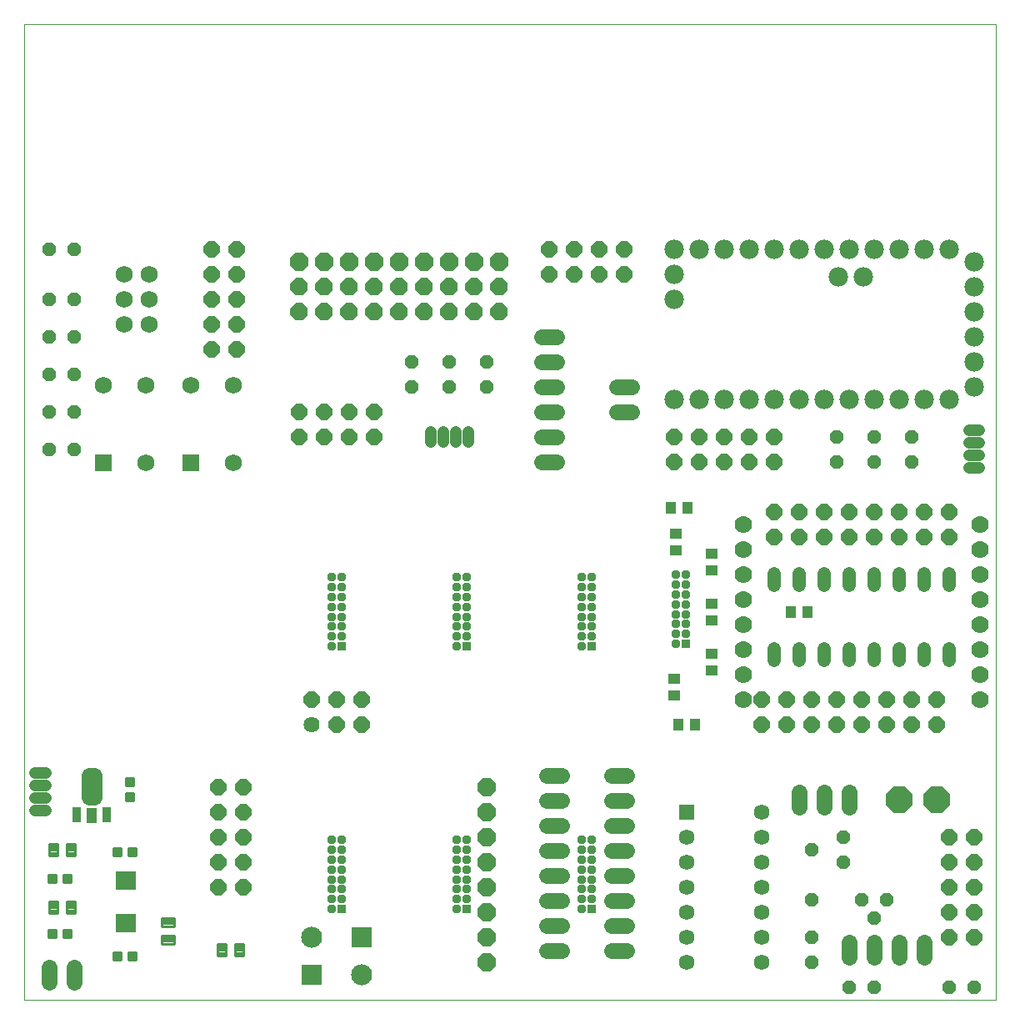
<source format=gbs>
G75*
%MOIN*%
%OFA0B0*%
%FSLAX24Y24*%
%IPPOS*%
%LPD*%
%AMOC8*
5,1,8,0,0,1.08239X$1,22.5*
%
%ADD10C,0.0000*%
%ADD11C,0.0110*%
%ADD12C,0.0098*%
%ADD13R,0.0840X0.0740*%
%ADD14R,0.0355X0.0591*%
%ADD15C,0.0630*%
%ADD16R,0.0394X0.0630*%
%ADD17OC8,0.0640*%
%ADD18C,0.0640*%
%ADD19R,0.0690X0.0690*%
%ADD20C,0.0690*%
%ADD21OC8,0.0520*%
%ADD22R,0.0840X0.0840*%
%ADD23C,0.0840*%
%ADD24R,0.0625X0.0625*%
%ADD25C,0.0625*%
%ADD26OC8,0.1040*%
%ADD27C,0.0640*%
%ADD28C,0.0780*%
%ADD29R,0.0357X0.0357*%
%ADD30OC8,0.0357*%
%ADD31C,0.0680*%
%ADD32OC8,0.0740*%
%ADD33OC8,0.0700*%
%ADD34C,0.0453*%
%ADD35C,0.0700*%
%ADD36C,0.0520*%
%ADD37R,0.0434X0.0473*%
%ADD38R,0.0473X0.0434*%
D10*
X000535Y000725D02*
X000535Y039721D01*
X039405Y039721D01*
X039405Y000725D01*
X000535Y000725D01*
D11*
X001520Y004185D02*
X001850Y004185D01*
X001520Y004185D02*
X001520Y004665D01*
X001850Y004665D01*
X001850Y004185D01*
X001850Y004294D02*
X001520Y004294D01*
X001520Y004403D02*
X001850Y004403D01*
X001850Y004512D02*
X001520Y004512D01*
X001520Y004621D02*
X001850Y004621D01*
X002220Y004185D02*
X002550Y004185D01*
X002220Y004185D02*
X002220Y004665D01*
X002550Y004665D01*
X002550Y004185D01*
X002550Y004294D02*
X002220Y004294D01*
X002220Y004403D02*
X002550Y004403D01*
X002550Y004512D02*
X002220Y004512D01*
X002220Y004621D02*
X002550Y004621D01*
X002550Y006485D02*
X002220Y006485D01*
X002220Y006965D01*
X002550Y006965D01*
X002550Y006485D01*
X002550Y006594D02*
X002220Y006594D01*
X002220Y006703D02*
X002550Y006703D01*
X002550Y006812D02*
X002220Y006812D01*
X002220Y006921D02*
X002550Y006921D01*
X001850Y006485D02*
X001520Y006485D01*
X001520Y006965D01*
X001850Y006965D01*
X001850Y006485D01*
X001850Y006594D02*
X001520Y006594D01*
X001520Y006703D02*
X001850Y006703D01*
X001850Y006812D02*
X001520Y006812D01*
X001520Y006921D02*
X001850Y006921D01*
X006525Y003990D02*
X006525Y003660D01*
X006045Y003660D01*
X006045Y003990D01*
X006525Y003990D01*
X006525Y003769D02*
X006045Y003769D01*
X006045Y003878D02*
X006525Y003878D01*
X006525Y003987D02*
X006045Y003987D01*
X006525Y003290D02*
X006525Y002960D01*
X006045Y002960D01*
X006045Y003290D01*
X006525Y003290D01*
X006525Y003069D02*
X006045Y003069D01*
X006045Y003178D02*
X006525Y003178D01*
X006525Y003287D02*
X006045Y003287D01*
X008270Y002485D02*
X008600Y002485D01*
X008270Y002485D02*
X008270Y002965D01*
X008600Y002965D01*
X008600Y002485D01*
X008600Y002594D02*
X008270Y002594D01*
X008270Y002703D02*
X008600Y002703D01*
X008600Y002812D02*
X008270Y002812D01*
X008270Y002921D02*
X008600Y002921D01*
X008970Y002485D02*
X009300Y002485D01*
X008970Y002485D02*
X008970Y002965D01*
X009300Y002965D01*
X009300Y002485D01*
X009300Y002594D02*
X008970Y002594D01*
X008970Y002703D02*
X009300Y002703D01*
X009300Y002812D02*
X008970Y002812D01*
X008970Y002921D02*
X009300Y002921D01*
D12*
X004981Y002329D02*
X004689Y002329D01*
X004689Y002621D01*
X004981Y002621D01*
X004981Y002329D01*
X004981Y002426D02*
X004689Y002426D01*
X004689Y002523D02*
X004981Y002523D01*
X004981Y002620D02*
X004689Y002620D01*
X004381Y002329D02*
X004089Y002329D01*
X004089Y002621D01*
X004381Y002621D01*
X004381Y002329D01*
X004381Y002426D02*
X004089Y002426D01*
X004089Y002523D02*
X004381Y002523D01*
X004381Y002620D02*
X004089Y002620D01*
X002381Y003229D02*
X002089Y003229D01*
X002089Y003521D01*
X002381Y003521D01*
X002381Y003229D01*
X002381Y003326D02*
X002089Y003326D01*
X002089Y003423D02*
X002381Y003423D01*
X002381Y003520D02*
X002089Y003520D01*
X001781Y003229D02*
X001489Y003229D01*
X001489Y003521D01*
X001781Y003521D01*
X001781Y003229D01*
X001781Y003326D02*
X001489Y003326D01*
X001489Y003423D02*
X001781Y003423D01*
X001781Y003520D02*
X001489Y003520D01*
X001489Y005429D02*
X001781Y005429D01*
X001489Y005429D02*
X001489Y005721D01*
X001781Y005721D01*
X001781Y005429D01*
X001781Y005526D02*
X001489Y005526D01*
X001489Y005623D02*
X001781Y005623D01*
X001781Y005720D02*
X001489Y005720D01*
X002089Y005429D02*
X002381Y005429D01*
X002089Y005429D02*
X002089Y005721D01*
X002381Y005721D01*
X002381Y005429D01*
X002381Y005526D02*
X002089Y005526D01*
X002089Y005623D02*
X002381Y005623D01*
X002381Y005720D02*
X002089Y005720D01*
X004089Y006479D02*
X004381Y006479D01*
X004089Y006479D02*
X004089Y006771D01*
X004381Y006771D01*
X004381Y006479D01*
X004381Y006576D02*
X004089Y006576D01*
X004089Y006673D02*
X004381Y006673D01*
X004381Y006770D02*
X004089Y006770D01*
X004689Y006479D02*
X004981Y006479D01*
X004689Y006479D02*
X004689Y006771D01*
X004981Y006771D01*
X004981Y006479D01*
X004981Y006576D02*
X004689Y006576D01*
X004689Y006673D02*
X004981Y006673D01*
X004981Y006770D02*
X004689Y006770D01*
X004881Y008679D02*
X004881Y008971D01*
X004881Y008679D02*
X004589Y008679D01*
X004589Y008971D01*
X004881Y008971D01*
X004881Y008776D02*
X004589Y008776D01*
X004589Y008873D02*
X004881Y008873D01*
X004881Y008970D02*
X004589Y008970D01*
X004881Y009279D02*
X004881Y009571D01*
X004881Y009279D02*
X004589Y009279D01*
X004589Y009571D01*
X004881Y009571D01*
X004881Y009376D02*
X004589Y009376D01*
X004589Y009473D02*
X004881Y009473D01*
X004881Y009570D02*
X004589Y009570D01*
D13*
X004585Y005475D03*
X004585Y003775D03*
D14*
X003835Y008125D03*
X002635Y008125D03*
D15*
X003130Y009668D02*
X003340Y009668D01*
X003340Y008822D01*
X003130Y008822D01*
X003130Y009668D01*
X003130Y009451D02*
X003340Y009451D01*
D16*
X003235Y008095D03*
D17*
X008285Y008225D03*
X008285Y007225D03*
X008285Y006225D03*
X008285Y005225D03*
X009285Y005225D03*
X009285Y006225D03*
X009285Y007225D03*
X009285Y008225D03*
X009285Y009225D03*
X008285Y009225D03*
X012035Y012725D03*
X013035Y012725D03*
X013035Y011725D03*
X014035Y011725D03*
X014035Y012725D03*
X013535Y023225D03*
X012535Y023225D03*
X012535Y024225D03*
X013535Y024225D03*
X014535Y024225D03*
X014535Y023225D03*
X011535Y023225D03*
X011535Y024225D03*
X009035Y026725D03*
X008035Y026725D03*
X008035Y027725D03*
X009035Y027725D03*
X009035Y028725D03*
X008035Y028725D03*
X008035Y029725D03*
X009035Y029725D03*
X009035Y030725D03*
X008035Y030725D03*
X021535Y030725D03*
X021535Y029725D03*
X022535Y029725D03*
X023535Y029725D03*
X023535Y030725D03*
X022535Y030725D03*
X024535Y030725D03*
X024535Y029725D03*
X026535Y023225D03*
X027535Y023225D03*
X027535Y022225D03*
X026535Y022225D03*
X028535Y022225D03*
X029535Y022225D03*
X029535Y023225D03*
X028535Y023225D03*
X030535Y023225D03*
X030535Y022225D03*
X030535Y020225D03*
X030535Y019225D03*
X031535Y019225D03*
X031535Y020225D03*
X032535Y020225D03*
X032535Y019225D03*
X033535Y019225D03*
X033535Y020225D03*
X034535Y020225D03*
X034535Y019225D03*
X035535Y019225D03*
X035535Y020225D03*
X036535Y020225D03*
X036535Y019225D03*
X037535Y019225D03*
X037535Y020225D03*
X037035Y012725D03*
X036035Y012725D03*
X036035Y011725D03*
X037035Y011725D03*
X035035Y011725D03*
X034035Y011725D03*
X034035Y012725D03*
X035035Y012725D03*
X033035Y012725D03*
X032035Y012725D03*
X032035Y011725D03*
X033035Y011725D03*
X031035Y011725D03*
X030035Y011725D03*
X030035Y012725D03*
X031035Y012725D03*
X037535Y007225D03*
X037535Y006225D03*
X037535Y005225D03*
X037535Y004225D03*
X037535Y003225D03*
X038535Y003225D03*
X038535Y004225D03*
X038535Y005225D03*
X038535Y006225D03*
X038535Y007225D03*
D18*
X036535Y003025D02*
X036535Y002425D01*
X035535Y002425D02*
X035535Y003025D01*
X034535Y003025D02*
X034535Y002425D01*
X033535Y002425D02*
X033535Y003025D01*
X033535Y008425D02*
X033535Y009025D01*
X032535Y009025D02*
X032535Y008425D01*
X031535Y008425D02*
X031535Y009025D01*
X024635Y008675D02*
X024035Y008675D01*
X024035Y007675D02*
X024635Y007675D01*
X024635Y006675D02*
X024035Y006675D01*
X024035Y005675D02*
X024635Y005675D01*
X024635Y004675D02*
X024035Y004675D01*
X024035Y003675D02*
X024635Y003675D01*
X024635Y002675D02*
X024035Y002675D01*
X022035Y002675D02*
X021435Y002675D01*
X021435Y003675D02*
X022035Y003675D01*
X022035Y004675D02*
X021435Y004675D01*
X021435Y005675D02*
X022035Y005675D01*
X022035Y006675D02*
X021435Y006675D01*
X021435Y007675D02*
X022035Y007675D01*
X022035Y008675D02*
X021435Y008675D01*
X021435Y009675D02*
X022035Y009675D01*
X024035Y009675D02*
X024635Y009675D01*
X021835Y022225D02*
X021235Y022225D01*
X021235Y023225D02*
X021835Y023225D01*
X021835Y024225D02*
X021235Y024225D01*
X021235Y025225D02*
X021835Y025225D01*
X021835Y026225D02*
X021235Y026225D01*
X021235Y027225D02*
X021835Y027225D01*
X024235Y025225D02*
X024835Y025225D01*
X024835Y024225D02*
X024235Y024225D01*
X002535Y002025D02*
X002535Y001425D01*
X001535Y001425D02*
X001535Y002025D01*
D19*
X003685Y022175D03*
X007185Y022175D03*
D20*
X005385Y022175D03*
X005385Y025275D03*
X003685Y025275D03*
X007185Y025275D03*
X008885Y025275D03*
X008885Y022175D03*
D21*
X002535Y022725D03*
X001535Y022725D03*
X001535Y024225D03*
X002535Y024225D03*
X002535Y025725D03*
X001535Y025725D03*
X001535Y027225D03*
X002535Y027225D03*
X002535Y028725D03*
X001535Y028725D03*
X001535Y030725D03*
X002535Y030725D03*
X016035Y026225D03*
X016035Y025225D03*
X017535Y025225D03*
X017535Y026225D03*
X019035Y026225D03*
X019035Y025225D03*
X033035Y023225D03*
X033035Y022225D03*
X034535Y022225D03*
X034535Y023225D03*
X036035Y023225D03*
X036035Y022225D03*
X033285Y007225D03*
X033285Y006225D03*
X032035Y006725D03*
X032035Y004725D03*
X032035Y003225D03*
X032035Y002225D03*
X033535Y001225D03*
X034535Y001225D03*
X034535Y003975D03*
X034035Y004725D03*
X035035Y004725D03*
X037535Y001225D03*
X038535Y001225D03*
D22*
X014035Y003225D03*
X012035Y001725D03*
D23*
X012035Y003225D03*
X014035Y001725D03*
D24*
X027035Y008225D03*
D25*
X027035Y007225D03*
X027035Y006225D03*
X027035Y005225D03*
X027035Y004225D03*
X027035Y003225D03*
X027035Y002225D03*
X030035Y002225D03*
X030035Y003225D03*
X030035Y004225D03*
X030035Y005225D03*
X030035Y006225D03*
X030035Y007225D03*
X030035Y008225D03*
D26*
X035535Y008725D03*
X037035Y008725D03*
D27*
X012035Y011725D03*
D28*
X026535Y024725D03*
X027535Y024725D03*
X028535Y024725D03*
X029535Y024725D03*
X030535Y024725D03*
X031535Y024725D03*
X032535Y024725D03*
X033535Y024725D03*
X034535Y024725D03*
X035535Y024725D03*
X036535Y024725D03*
X037535Y024725D03*
X038535Y025225D03*
X038535Y026225D03*
X038535Y027225D03*
X038535Y028225D03*
X038535Y029225D03*
X038535Y030225D03*
X037535Y030725D03*
X036535Y030725D03*
X035535Y030725D03*
X034535Y030725D03*
X033535Y030725D03*
X032535Y030725D03*
X031535Y030725D03*
X030535Y030725D03*
X029535Y030725D03*
X028535Y030725D03*
X027535Y030725D03*
X026535Y030725D03*
X026535Y029725D03*
X026535Y028725D03*
X033098Y029600D03*
X034098Y029600D03*
D29*
X026982Y014947D03*
X023232Y014847D03*
X018232Y014847D03*
X013232Y014847D03*
X013232Y004347D03*
X018232Y004347D03*
X023232Y004347D03*
D30*
X023232Y004741D03*
X023232Y005134D03*
X022838Y005134D03*
X022838Y004741D03*
X022838Y004347D03*
X022838Y005528D03*
X022838Y005922D03*
X022838Y006316D03*
X022838Y006709D03*
X023232Y006709D03*
X023232Y006316D03*
X023232Y005922D03*
X023232Y005528D03*
X023232Y007103D03*
X022838Y007103D03*
X018232Y007103D03*
X018232Y006709D03*
X018232Y006316D03*
X017838Y006316D03*
X017838Y006709D03*
X017838Y007103D03*
X017838Y005922D03*
X017838Y005528D03*
X017838Y005134D03*
X017838Y004741D03*
X018232Y004741D03*
X018232Y005134D03*
X018232Y005528D03*
X018232Y005922D03*
X017838Y004347D03*
X013232Y004741D03*
X013232Y005134D03*
X012838Y005134D03*
X012838Y004741D03*
X012838Y004347D03*
X012838Y005528D03*
X012838Y005922D03*
X012838Y006316D03*
X012838Y006709D03*
X013232Y006709D03*
X013232Y006316D03*
X013232Y005922D03*
X013232Y005528D03*
X013232Y007103D03*
X012838Y007103D03*
X012838Y014847D03*
X012838Y015241D03*
X012838Y015634D03*
X013232Y015634D03*
X013232Y015241D03*
X013232Y016028D03*
X012838Y016028D03*
X012838Y016422D03*
X012838Y016816D03*
X012838Y017209D03*
X013232Y017209D03*
X013232Y016816D03*
X013232Y016422D03*
X013232Y017603D03*
X012838Y017603D03*
X017838Y017603D03*
X017838Y017209D03*
X017838Y016816D03*
X018232Y016816D03*
X018232Y017209D03*
X018232Y017603D03*
X018232Y016422D03*
X017838Y016422D03*
X017838Y016028D03*
X017838Y015634D03*
X017838Y015241D03*
X018232Y015241D03*
X018232Y015634D03*
X018232Y016028D03*
X017838Y014847D03*
X022838Y014847D03*
X022838Y015241D03*
X022838Y015634D03*
X023232Y015634D03*
X023232Y015241D03*
X023232Y016028D03*
X022838Y016028D03*
X022838Y016422D03*
X022838Y016816D03*
X022838Y017209D03*
X023232Y017209D03*
X023232Y016816D03*
X023232Y016422D03*
X023232Y017603D03*
X022838Y017603D03*
X026588Y017703D03*
X026588Y017309D03*
X026588Y016916D03*
X026982Y016916D03*
X026982Y017309D03*
X026982Y017703D03*
X026982Y016522D03*
X026588Y016522D03*
X026588Y016128D03*
X026588Y015734D03*
X026588Y015341D03*
X026982Y015341D03*
X026982Y015734D03*
X026982Y016128D03*
X026588Y014947D03*
D31*
X005535Y027725D03*
X004535Y027725D03*
X004535Y028725D03*
X004535Y029725D03*
X005535Y029725D03*
X005535Y028725D03*
D32*
X011535Y030225D03*
X012535Y030225D03*
X013535Y030225D03*
X014535Y030225D03*
X015535Y030225D03*
X016535Y030225D03*
X017535Y030225D03*
X018535Y030225D03*
X019535Y030225D03*
X019035Y009225D03*
X019035Y008225D03*
X019035Y007225D03*
X019035Y006225D03*
X019035Y005225D03*
X019035Y004225D03*
X019035Y003225D03*
X019035Y002225D03*
D33*
X018535Y028225D03*
X019535Y028225D03*
X019535Y029225D03*
X018535Y029225D03*
X017535Y029225D03*
X016535Y029225D03*
X015535Y029225D03*
X014535Y029225D03*
X013535Y029225D03*
X012535Y029225D03*
X011535Y029225D03*
X011535Y028225D03*
X012535Y028225D03*
X013535Y028225D03*
X014535Y028225D03*
X015535Y028225D03*
X016535Y028225D03*
X017535Y028225D03*
D34*
X017285Y023432D02*
X017285Y023018D01*
X017785Y023018D02*
X017785Y023432D01*
X018285Y023432D02*
X018285Y023018D01*
X016785Y023018D02*
X016785Y023432D01*
X001392Y009775D02*
X000978Y009775D01*
X000978Y009275D02*
X001392Y009275D01*
X001392Y008775D02*
X000978Y008775D01*
X000978Y008275D02*
X001392Y008275D01*
X038328Y021975D02*
X038742Y021975D01*
X038742Y022475D02*
X038328Y022475D01*
X038328Y022975D02*
X038742Y022975D01*
X038742Y023475D02*
X038328Y023475D01*
D35*
X038759Y019725D03*
X038759Y018725D03*
X038759Y017725D03*
X038759Y016725D03*
X038759Y015725D03*
X038759Y014725D03*
X038759Y013725D03*
X038759Y012725D03*
X029311Y012725D03*
X029311Y013725D03*
X029311Y014725D03*
X029311Y015725D03*
X029311Y016725D03*
X029311Y017725D03*
X029311Y018725D03*
X029311Y019725D03*
D36*
X030535Y017765D02*
X030535Y017285D01*
X031535Y017285D02*
X031535Y017765D01*
X032535Y017765D02*
X032535Y017285D01*
X033535Y017285D02*
X033535Y017765D01*
X034535Y017765D02*
X034535Y017285D01*
X035535Y017285D02*
X035535Y017765D01*
X036535Y017765D02*
X036535Y017285D01*
X037535Y017285D02*
X037535Y017765D01*
X037535Y014765D02*
X037535Y014285D01*
X036535Y014285D02*
X036535Y014765D01*
X035535Y014765D02*
X035535Y014285D01*
X034535Y014285D02*
X034535Y014765D01*
X033535Y014765D02*
X033535Y014285D01*
X032535Y014285D02*
X032535Y014765D01*
X031535Y014765D02*
X031535Y014285D01*
X030535Y014285D02*
X030535Y014765D01*
D37*
X031200Y016225D03*
X031870Y016225D03*
X027370Y011725D03*
X026700Y011725D03*
X026400Y020375D03*
X027070Y020375D03*
D38*
X026585Y019360D03*
X026585Y018690D03*
X028035Y018560D03*
X028035Y017890D03*
X028035Y016560D03*
X028035Y015890D03*
X028035Y014560D03*
X028035Y013890D03*
X026535Y013560D03*
X026535Y012890D03*
M02*

</source>
